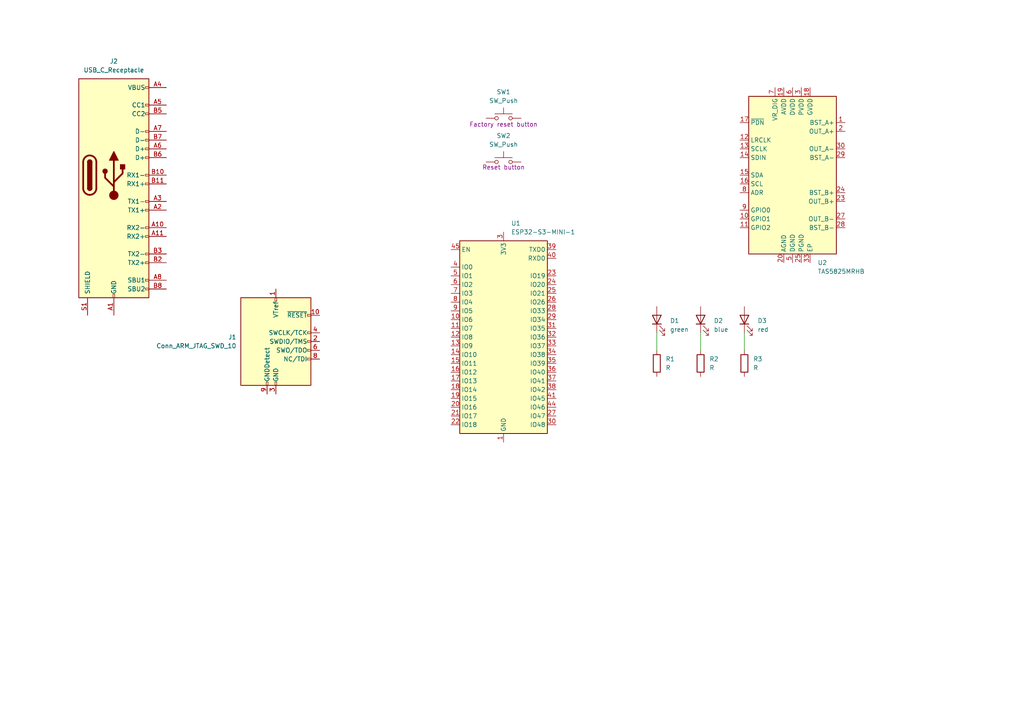
<source format=kicad_sch>
(kicad_sch (version 20231120) (generator "eeschema") (generator_version "8.0")
  (paper "A4")
  (title_block (title "soundbox"))
  (lib_symbols
    (symbol "Amplifier_Audio:TAS5825MRHB"
      (property "Reference" "U" (at -11.43 24.13 0))
      (property "Value" "TAS5825MRHB" (at 13.97 24.13 0))
      (symbol "TAS5825MRHB_0_1"
        (rectangle (start -12.7 22.86) (end 12.7 -22.86) (stroke (width 0.254)) (fill (type background)))
      )
      (symbol "TAS5825MRHB_1_1"
        (pin passive line (at 15.24 15.24 180) (length 2.54) (name "BST_A+") (number "1"))
        (pin bidirectional line (at -15.24 -12.7 0) (length 2.54) (name "GPIO1") (number "10"))
        (pin bidirectional line (at -15.24 -15.24 0) (length 2.54) (name "GPIO2") (number "11"))
        (pin input line (at -15.24 10.16 0) (length 2.54) (name "LRCLK") (number "12"))
        (pin input line (at -15.24 7.62 0) (length 2.54) (name "SCLK") (number "13"))
        (pin input line (at -15.24 5.08 0) (length 2.54) (name "SDIN") (number "14"))
        (pin bidirectional line (at -15.24 0 0) (length 2.54) (name "SDA") (number "15"))
        (pin input line (at -15.24 -2.54 0) (length 2.54) (name "SCL") (number "16"))
        (pin input line (at -15.24 15.24 0) (length 2.54) (name "~{PDN}") (number "17"))
        (pin passive line (at 5.08 25.4 270) (length 2.54) (name "GVDD") (number "18"))
        (pin passive line (at -2.54 25.4 270) (length 2.54) (name "AVDD") (number "19"))
        (pin output line (at 15.24 12.7 180) (length 2.54) (name "OUT_A+") (number "2"))
        (pin power_in line (at -2.54 -25.4 90) (length 2.54) (name "AGND") (number "20"))
        (pin passive line (at 2.54 25.4 270) (length 2.54) hide (name "PVDD") (number "21"))
        (pin passive line (at 2.54 25.4 270) (length 2.54) hide (name "PVDD") (number "22"))
        (pin output line (at 15.24 -7.62 180) (length 2.54) (name "OUT_B+") (number "23"))
        (pin passive line (at 15.24 -5.08 180) (length 2.54) (name "BST_B+") (number "24"))
        (pin power_in line (at 2.54 -25.4 90) (length 2.54) (name "PGND") (number "25"))
        (pin passive line (at 2.54 -25.4 90) (length 2.54) hide (name "PGND") (number "26"))
        (pin output line (at 15.24 -12.7 180) (length 2.54) (name "OUT_B-") (number "27"))
        (pin passive line (at 15.24 -15.24 180) (length 2.54) (name "BST_B-") (number "28"))
        (pin passive line (at 15.24 5.08 180) (length 2.54) (name "BST_A-") (number "29"))
        (pin power_in line (at 2.54 25.4 270) (length 2.54) (name "PVDD") (number "3"))
        (pin output line (at 15.24 7.62 180) (length 2.54) (name "OUT_A-") (number "30"))
        (pin passive line (at 2.54 -25.4 90) (length 2.54) hide (name "PGND") (number "31"))
        (pin passive line (at 2.54 -25.4 90) (length 2.54) hide (name "PGND") (number "32"))
        (pin passive line (at 5.08 -25.4 90) (length 2.54) (name "EP") (number "33"))
        (pin passive line (at 2.54 25.4 270) (length 2.54) hide (name "PVDD") (number "4"))
        (pin power_in line (at 0 -25.4 90) (length 2.54) (name "DGND") (number "5"))
        (pin power_in line (at 0 25.4 270) (length 2.54) (name "DVDD") (number "6"))
        (pin passive line (at -5.08 25.4 270) (length 2.54) (name "VR_DIG") (number "7"))
        (pin passive line (at -15.24 -5.08 0) (length 2.54) (name "ADR") (number "8"))
        (pin bidirectional line (at -15.24 -10.16 0) (length 2.54) (name "GPIO0") (number "9"))
      )
    )
    (symbol "Connector:Conn_ARM_JTAG_SWD_10" (pin_names (offset 1.016))
      (property "Reference" "J" (at -2.54 16.51 0))
      (property "Value" "Conn_ARM_JTAG_SWD_10" (at -2.54 13.97 0))
      (symbol "Conn_ARM_JTAG_SWD_10_0_1"
        (rectangle (start -10.16 12.7) (end 10.16 -12.7) (stroke (width 0.254)) (fill (type background)))
        (rectangle (start -2.794 -12.7) (end -2.286 -11.684))
        (rectangle (start -0.254 -12.7) (end 0.254 -11.684))
        (rectangle (start -0.254 12.7) (end 0.254 11.684))
        (rectangle (start 9.144 2.286) (end 10.16 2.794))
        (rectangle (start 10.16 -2.794) (end 9.144 -2.286))
        (rectangle (start 10.16 -0.254) (end 9.144 0.254))
        (rectangle (start 10.16 7.874) (end 9.144 7.366))
      )
      (symbol "Conn_ARM_JTAG_SWD_10_1_1"
        (rectangle (start 9.144 -5.334) (end 10.16 -4.826))
        (pin power_in line (at 0 15.24 270) (length 2.54) (name "VTref") (number "1"))
        (pin open_collector line (at 12.7 7.62 180) (length 2.54) (name "~{RESET}") (number "10"))
        (pin bidirectional line (at 12.7 0 180) (length 2.54) (name "SWDIO/TMS") (number "2"))
        (pin power_in line (at 0 -15.24 90) (length 2.54) (name "GND") (number "3"))
        (pin output line (at 12.7 2.54 180) (length 2.54) (name "SWCLK/TCK") (number "4"))
        (pin passive line (at 0 -15.24 90) (length 2.54) hide (name "GND") (number "5"))
        (pin input line (at 12.7 -2.54 180) (length 2.54) (name "SWO/TDO") (number "6"))
        (pin no_connect line (at -10.16 0 0) (length 2.54) hide (name "KEY") (number "7"))
        (pin output line (at 12.7 -5.08 180) (length 2.54) (name "NC/TDI") (number "8"))
        (pin passive line (at -2.54 -15.24 90) (length 2.54) (name "GNDDetect") (number "9"))
      )
    )
    (symbol "Connector:USB_C_Receptacle" (pin_names (offset 1.016))
      (property "Reference" "J" (at -10.16 29.21 0))
      (property "Value" "USB_C_Receptacle" (at 10.16 29.21 0))
      (symbol "USB_C_Receptacle_0_0"
        (rectangle (start -0.254 -35.56) (end 0.254 -34.544))
        (rectangle (start 10.16 -32.766) (end 9.144 -33.274))
        (rectangle (start 10.16 -30.226) (end 9.144 -30.734))
        (rectangle (start 10.16 -25.146) (end 9.144 -25.654))
        (rectangle (start 10.16 -22.606) (end 9.144 -23.114))
        (rectangle (start 10.16 -17.526) (end 9.144 -18.034))
        (rectangle (start 10.16 -14.986) (end 9.144 -15.494))
        (rectangle (start 10.16 -9.906) (end 9.144 -10.414))
        (rectangle (start 10.16 -7.366) (end 9.144 -7.874))
        (rectangle (start 10.16 -2.286) (end 9.144 -2.794))
        (rectangle (start 10.16 0.254) (end 9.144 -0.254))
        (rectangle (start 10.16 5.334) (end 9.144 4.826))
        (rectangle (start 10.16 7.874) (end 9.144 7.366))
        (rectangle (start 10.16 10.414) (end 9.144 9.906))
        (rectangle (start 10.16 12.954) (end 9.144 12.446))
        (rectangle (start 10.16 18.034) (end 9.144 17.526))
        (rectangle (start 10.16 20.574) (end 9.144 20.066))
        (rectangle (start 10.16 25.654) (end 9.144 25.146))
      )
      (symbol "USB_C_Receptacle_0_1"
        (rectangle (start -10.16 27.94) (end 10.16 -35.56) (stroke (width 0.254)) (fill (type background)))
        (arc (start -8.89 -3.81) (mid -6.985 -5.7067) (end -5.08 -3.81) (stroke (width 0.508)))
        (arc (start -7.62 -3.81) (mid -6.985 -4.4423) (end -6.35 -3.81) (stroke (width 0.254)))
        (arc (start -7.62 -3.81) (mid -6.985 -4.4423) (end -6.35 -3.81) (stroke (width 0.254)) (fill (type outline)))
        (rectangle (start -7.62 -3.81) (end -6.35 3.81) (stroke (width 0.254)) (fill (type outline)))
        (arc (start -6.35 3.81) (mid -6.985 4.4423) (end -7.62 3.81) (stroke (width 0.254)))
        (arc (start -6.35 3.81) (mid -6.985 4.4423) (end -7.62 3.81) (stroke (width 0.254)) (fill (type outline)))
        (arc (start -5.08 3.81) (mid -6.985 5.7067) (end -8.89 3.81) (stroke (width 0.508)))
        (polyline (pts (xy -8.89 -3.81) (xy -8.89 3.81)) (stroke (width 0.508)))
        (polyline (pts (xy -5.08 3.81) (xy -5.08 -3.81)) (stroke (width 0.508)))
      )
      (symbol "USB_C_Receptacle_1_1"
        (circle (center -2.54 1.143) (radius 0.635) (stroke (width 0.254)) (fill (type outline)))
        (circle (center 0 -5.842) (radius 1.27) (fill (type outline)))
        (polyline (pts (xy 0 -5.842) (xy 0 4.318)) (stroke (width 0.508)))
        (polyline (pts (xy 0 -3.302) (xy -2.54 -0.762) (xy -2.54 0.508)) (stroke (width 0.508)))
        (polyline (pts (xy 0 -2.032) (xy 2.54 0.508) (xy 2.54 1.778)) (stroke (width 0.508)))
        (polyline (pts (xy -1.27 4.318) (xy 0 6.858) (xy 1.27 4.318) (xy -1.27 4.318)) (stroke (width 0.254)) (fill (type outline)))
        (rectangle (start 1.905 1.778) (end 3.175 3.048) (stroke (width 0.254)) (fill (type outline)))
        (pin passive line (at 0 -40.64 90) (length 5.08) (name "GND") (number "A1"))
        (pin bidirectional line (at 15.24 -15.24 180) (length 5.08) (name "RX2-") (number "A10"))
        (pin bidirectional line (at 15.24 -17.78 180) (length 5.08) (name "RX2+") (number "A11"))
        (pin passive line (at 0 -40.64 90) (length 5.08) hide (name "GND") (number "A12"))
        (pin bidirectional line (at 15.24 -10.16 180) (length 5.08) (name "TX1+") (number "A2"))
        (pin bidirectional line (at 15.24 -7.62 180) (length 5.08) (name "TX1-") (number "A3"))
        (pin passive line (at 15.24 25.4 180) (length 5.08) (name "VBUS") (number "A4"))
        (pin bidirectional line (at 15.24 20.32 180) (length 5.08) (name "CC1") (number "A5"))
        (pin bidirectional line (at 15.24 7.62 180) (length 5.08) (name "D+") (number "A6"))
        (pin bidirectional line (at 15.24 12.7 180) (length 5.08) (name "D-") (number "A7"))
        (pin bidirectional line (at 15.24 -30.48 180) (length 5.08) (name "SBU1") (number "A8"))
        (pin passive line (at 15.24 25.4 180) (length 5.08) hide (name "VBUS") (number "A9"))
        (pin passive line (at 0 -40.64 90) (length 5.08) hide (name "GND") (number "B1"))
        (pin bidirectional line (at 15.24 0 180) (length 5.08) (name "RX1-") (number "B10"))
        (pin bidirectional line (at 15.24 -2.54 180) (length 5.08) (name "RX1+") (number "B11"))
        (pin passive line (at 0 -40.64 90) (length 5.08) hide (name "GND") (number "B12"))
        (pin bidirectional line (at 15.24 -25.4 180) (length 5.08) (name "TX2+") (number "B2"))
        (pin bidirectional line (at 15.24 -22.86 180) (length 5.08) (name "TX2-") (number "B3"))
        (pin passive line (at 15.24 25.4 180) (length 5.08) hide (name "VBUS") (number "B4"))
        (pin bidirectional line (at 15.24 17.78 180) (length 5.08) (name "CC2") (number "B5"))
        (pin bidirectional line (at 15.24 5.08 180) (length 5.08) (name "D+") (number "B6"))
        (pin bidirectional line (at 15.24 10.16 180) (length 5.08) (name "D-") (number "B7"))
        (pin bidirectional line (at 15.24 -33.02 180) (length 5.08) (name "SBU2") (number "B8"))
        (pin passive line (at 15.24 25.4 180) (length 5.08) hide (name "VBUS") (number "B9"))
        (pin passive line (at -7.62 -40.64 90) (length 5.08) (name "SHIELD") (number "S1"))
      )
    )
    (symbol "Device:LED" (pin_numbers hide) (pin_names (offset 1.016) hide)
      (property "Reference" "D" (at 0 2.54 0))
      (property "Value" "LED" (at 0 -2.54 0))
      (symbol "LED_0_1"
        (polyline (pts (xy -1.27 -1.27) (xy -1.27 1.27)) (stroke (width 0.254)))
        (polyline (pts (xy -1.27 0) (xy 1.27 0)))
        (polyline (pts (xy 1.27 -1.27) (xy 1.27 1.27) (xy -1.27 0) (xy 1.27 -1.27)) (stroke (width 0.254)))
        (polyline (pts (xy -3.048 -0.762) (xy -4.572 -2.286) (xy -3.81 -2.286) (xy -4.572 -2.286) (xy -4.572 -1.524)))
        (polyline (pts (xy -1.778 -0.762) (xy -3.302 -2.286) (xy -2.54 -2.286) (xy -3.302 -2.286) (xy -3.302 -1.524)))
      )
      (symbol "LED_1_1"
        (pin passive line (at -3.81 0 0) (length 2.54) (name "K") (number "1"))
        (pin passive line (at 3.81 0 180) (length 2.54) (name "A") (number "2"))
      )
    )
    (symbol "Device:R" (pin_numbers hide) (pin_names (offset 0))
      (property "Reference" "R" (at 2.032 0 90))
      (property "Value" "R" (at 0 0 90))
      (symbol "R_0_1"
        (rectangle (start -1.016 -2.54) (end 1.016 2.54) (stroke (width 0.254)))
      )
      (symbol "R_1_1"
        (pin passive line (at 0 3.81 270) (length 1.27) (name "~") (number "1"))
        (pin passive line (at 0 -3.81 90) (length 1.27) (name "~") (number "2"))
      )
    )
    (symbol "RF_Module:ESP32-S3-MINI-1"
      (property "Reference" "U" (at -11.43 29.21 0))
      (property "Value" "ESP32-S3-MINI-1" (at 12.7 29.21 0))
      (symbol "ESP32-S3-MINI-1_0_1"
        (rectangle (start -12.7 27.94) (end 12.7 -27.94) (stroke (width 0.254)) (fill (type background)))
      )
      (symbol "ESP32-S3-MINI-1_1_1"
        (pin power_in line (at 0 -30.48 90) (length 2.54) (name "GND") (number "1"))
        (pin bidirectional line (at -15.24 5.08 0) (length 2.54) (name "IO6") (number "10"))
        (pin bidirectional line (at -15.24 2.54 0) (length 2.54) (name "IO7") (number "11"))
        (pin bidirectional line (at -15.24 0 0) (length 2.54) (name "IO8") (number "12"))
        (pin bidirectional line (at -15.24 -2.54 0) (length 2.54) (name "IO9") (number "13"))
        (pin bidirectional line (at -15.24 -5.08 0) (length 2.54) (name "IO10") (number "14"))
        (pin bidirectional line (at -15.24 -7.62 0) (length 2.54) (name "IO11") (number "15"))
        (pin bidirectional line (at -15.24 -10.16 0) (length 2.54) (name "IO12") (number "16"))
        (pin bidirectional line (at -15.24 -12.7 0) (length 2.54) (name "IO13") (number "17"))
        (pin bidirectional line (at -15.24 -15.24 0) (length 2.54) (name "IO14") (number "18"))
        (pin bidirectional line (at -15.24 -17.78 0) (length 2.54) (name "IO15") (number "19"))
        (pin passive line (at 0 -30.48 90) (length 2.54) hide (name "GND") (number "2"))
        (pin bidirectional line (at -15.24 -20.32 0) (length 2.54) (name "IO16") (number "20"))
        (pin bidirectional line (at -15.24 -22.86 0) (length 2.54) (name "IO17") (number "21"))
        (pin bidirectional line (at -15.24 -25.4 0) (length 2.54) (name "IO18") (number "22"))
        (pin bidirectional line (at 15.24 17.78 180) (length 2.54) (name "IO19") (number "23"))
        (pin bidirectional line (at 15.24 15.24 180) (length 2.54) (name "IO20") (number "24"))
        (pin bidirectional line (at 15.24 12.7 180) (length 2.54) (name "IO21") (number "25"))
        (pin bidirectional line (at 15.24 10.16 180) (length 2.54) (name "IO26") (number "26"))
        (pin bidirectional line (at 15.24 -22.86 180) (length 2.54) (name "IO47") (number "27"))
        (pin bidirectional line (at 15.24 7.62 180) (length 2.54) (name "IO33") (number "28"))
        (pin bidirectional line (at 15.24 5.08 180) (length 2.54) (name "IO34") (number "29"))
        (pin power_in line (at 0 30.48 270) (length 2.54) (name "3V3") (number "3"))
        (pin bidirectional line (at 15.24 -25.4 180) (length 2.54) (name "IO48") (number "30"))
        (pin bidirectional line (at 15.24 2.54 180) (length 2.54) (name "IO35") (number "31"))
        (pin bidirectional line (at 15.24 0 180) (length 2.54) (name "IO36") (number "32"))
        (pin bidirectional line (at 15.24 -2.54 180) (length 2.54) (name "IO37") (number "33"))
        (pin bidirectional line (at 15.24 -5.08 180) (length 2.54) (name "IO38") (number "34"))
        (pin bidirectional line (at 15.24 -7.62 180) (length 2.54) (name "IO39") (number "35"))
        (pin bidirectional line (at 15.24 -10.16 180) (length 2.54) (name "IO40") (number "36"))
        (pin bidirectional line (at 15.24 -12.7 180) (length 2.54) (name "IO41") (number "37"))
        (pin bidirectional line (at 15.24 -15.24 180) (length 2.54) (name "IO42") (number "38"))
        (pin bidirectional line (at 15.24 25.4 180) (length 2.54) (name "TXD0") (number "39"))
        (pin bidirectional line (at -15.24 20.32 0) (length 2.54) (name "IO0") (number "4"))
        (pin bidirectional line (at 15.24 22.86 180) (length 2.54) (name "RXD0") (number "40"))
        (pin bidirectional line (at 15.24 -17.78 180) (length 2.54) (name "IO45") (number "41"))
        (pin passive line (at 0 -30.48 90) (length 2.54) hide (name "GND") (number "42"))
        (pin passive line (at 0 -30.48 90) (length 2.54) hide (name "GND") (number "43"))
        (pin bidirectional line (at 15.24 -20.32 180) (length 2.54) (name "IO46") (number "44"))
        (pin input line (at -15.24 25.4 0) (length 2.54) (name "EN") (number "45"))
        (pin passive line (at 0 -30.48 90) (length 2.54) hide (name "GND") (number "46"))
        (pin passive line (at 0 -30.48 90) (length 2.54) hide (name "GND") (number "47"))
        (pin passive line (at 0 -30.48 90) (length 2.54) hide (name "GND") (number "48"))
        (pin passive line (at 0 -30.48 90) (length 2.54) hide (name "GND") (number "49"))
        (pin bidirectional line (at -15.24 17.78 0) (length 2.54) (name "IO1") (number "5"))
        (pin passive line (at 0 -30.48 90) (length 2.54) hide (name "GND") (number "50"))
        (pin passive line (at 0 -30.48 90) (length 2.54) hide (name "GND") (number "51"))
        (pin passive line (at 0 -30.48 90) (length 2.54) hide (name "GND") (number "52"))
        (pin passive line (at 0 -30.48 90) (length 2.54) hide (name "GND") (number "53"))
        (pin passive line (at 0 -30.48 90) (length 2.54) hide (name "GND") (number "54"))
        (pin passive line (at 0 -30.48 90) (length 2.54) hide (name "GND") (number "55"))
        (pin passive line (at 0 -30.48 90) (length 2.54) hide (name "GND") (number "56"))
        (pin passive line (at 0 -30.48 90) (length 2.54) hide (name "GND") (number "57"))
        (pin passive line (at 0 -30.48 90) (length 2.54) hide (name "GND") (number "58"))
        (pin passive line (at 0 -30.48 90) (length 2.54) hide (name "GND") (number "59"))
        (pin bidirectional line (at -15.24 15.24 0) (length 2.54) (name "IO2") (number "6"))
        (pin passive line (at 0 -30.48 90) (length 2.54) hide (name "GND") (number "60"))
        (pin passive line (at 0 -30.48 90) (length 2.54) hide (name "GND") (number "61"))
        (pin passive line (at 0 -30.48 90) (length 2.54) hide (name "GND") (number "62"))
        (pin passive line (at 0 -30.48 90) (length 2.54) hide (name "GND") (number "63"))
        (pin passive line (at 0 -30.48 90) (length 2.54) hide (name "GND") (number "64"))
        (pin passive line (at 0 -30.48 90) (length 2.54) hide (name "GND") (number "65"))
        (pin bidirectional line (at -15.24 12.7 0) (length 2.54) (name "IO3") (number "7"))
        (pin bidirectional line (at -15.24 10.16 0) (length 2.54) (name "IO4") (number "8"))
        (pin bidirectional line (at -15.24 7.62 0) (length 2.54) (name "IO5") (number "9"))
      )
    )
    (symbol "Switch:SW_Push" (pin_numbers hide) (pin_names (offset 1.016) hide)
      (property "Reference" "SW" (at 1.27 2.54 0))
      (property "Value" "SW_Push" (at 0 -1.524 0))
      (symbol "SW_Push_0_1"
        (circle (center -2.032 0) (radius 0.508))
        (polyline (pts (xy 0 1.27) (xy 0 3.048)))
        (polyline (pts (xy 2.54 1.27) (xy -2.54 1.27)))
        (circle (center 2.032 0) (radius 0.508))
        (pin passive line (at -5.08 0 0) (length 2.54) (name "1") (number "1"))
        (pin passive line (at 5.08 0 180) (length 2.54) (name "2") (number "2"))
      )
    )
  )
  (wire (pts (xy 190.5 96.52) (xy 190.5 101.6)))
  (wire (pts (xy 203.2 96.52) (xy 203.2 101.6)))
  (wire (pts (xy 215.9 96.52) (xy 215.9 101.6)))
  (symbol (lib_id "RF_Module:ESP32-S3-MINI-1") (at 146.05 97.79 0) (unit 1)
    (property "Reference" "U1" (at 148.2441 64.77 0) (effects (justify left)))
    (property "Value" "ESP32-S3-MINI-1" (at 148.2441 67.31 0) (effects (justify left)))
    (property "Footprint" "RF_Module:ESP32-S2-MINI-1" (effects (hide yes)))
    (property "Datasheet" "https://www.espressif.com/sites/default/files/documentation/esp32-s3-mini-1_mini-1u_datasheet_en.pdf" (effects (hide yes)))
    (property "Description" "RF Module, ESP32-S3 SoC, Wi-Fi 802.11b/g/n, Bluetooth, BLE, 32-bit, 3.3V, SMD, onboard antenna" (effects (hide yes)))
  )
  (symbol (lib_id "Connector:Conn_ARM_JTAG_SWD_10") (at 80.01 99.06 0) (unit 1)
    (property "Reference" "J1" (at 68.58 97.7899 0) (effects (justify right)))
    (property "Value" "Conn_ARM_JTAG_SWD_10" (at 68.58 100.3299 0) (effects (justify right)))
    (property "Datasheet" "http://infocenter.arm.com/help/topic/com.arm.doc.ddi0314h/DDI0314H_coresight_components_trm.pdf" (effects (hide yes)))
    (property "Description" "Cortex Debug Connector, standard ARM Cortex-M SWD and JTAG interface" (effects (hide yes)))
  )
  (symbol (lib_id "Switch:SW_Push") (at 146.05 46.99 0) (unit 1)
    (property "Reference" "SW2" (at 146.05 39.37 0))
    (property "Value" "SW_Push" (at 146.05 41.91 0))
    (property "Description" "Reset button" (at 146.05 48.514 0))
  )
  (symbol (lib_id "Device:R") (at 215.9 105.41 0) (unit 1)
    (property "Reference" "R3" (at 218.44 104.1399 0) (effects (justify left)))
    (property "Value" "R" (at 218.44 106.6799 0) (effects (justify left)))
    (property "Description" "Resistor" (effects (hide yes)))
  )
  (symbol (lib_id "Connector:USB_C_Receptacle") (at 33.02 50.8 0) (unit 1)
    (property "Reference" "J2" (at 33.02 17.78 0))
    (property "Value" "USB_C_Receptacle" (at 33.02 20.32 0))
    (property "Datasheet" "https://www.usb.org/sites/default/files/documents/usb_type-c.zip" (effects (hide yes)))
    (property "Description" "USB Full-Featured Type-C Receptacle connector" (effects (hide yes)))
  )
  (symbol (lib_id "Switch:SW_Push") (at 146.05 34.29 0) (unit 1)
    (property "Reference" "SW1" (at 146.05 26.67 0))
    (property "Value" "SW_Push" (at 146.05 29.21 0))
    (property "Description" "Factory reset button" (at 146.05 36.068 0))
  )
  (symbol (lib_id "Device:R") (at 203.2 105.41 0) (unit 1)
    (property "Reference" "R2" (at 205.74 104.1399 0) (effects (justify left)))
    (property "Value" "R" (at 205.74 106.6799 0) (effects (justify left)))
    (property "Description" "Resistor" (effects (hide yes)))
  )
  (symbol (lib_id "Amplifier_Audio:TAS5825MRHB") (at 229.87 50.8 0) (unit 1)
    (property "Reference" "U2" (at 237.1441 76.2 0) (effects (justify left)))
    (property "Value" "TAS5825MRHB" (at 237.1441 78.74 0) (effects (justify left)))
    (property "Footprint" "Package_DFN_QFN:VQFN-32-1EP_5x5mm_P0.5mm_EP3.1x3.1mm" (effects (hide yes)))
    (property "Datasheet" "www.ti.com/lit/ds/symlink/tas5825m.pdf" (effects (hide yes)))
    (property "Description" "38-W Stereo, Inductor-Less, Digital Input, Closed-Loop Class-D Audio Amplifier with 192-kHz Extended Audio Processing, VQFN-32" (effects (hide yes)))
  )
  (symbol (lib_id "Device:LED") (at 190.5 92.71 90) (unit 1)
    (property "Reference" "D1" (at 194.31 93.0274 90) (effects (justify right)))
    (property "Value" "green" (at 194.31 95.5674 90) (effects (justify right)))
    (property "Description" "Light emitting diode" (effects (hide yes)))
  )
  (symbol (lib_id "Device:R") (at 190.5 105.41 0) (unit 1)
    (property "Reference" "R1" (at 193.04 104.1399 0) (effects (justify left)))
    (property "Value" "R" (at 193.04 106.6799 0) (effects (justify left)))
    (property "Description" "Resistor" (effects (hide yes)))
  )
  (symbol (lib_id "Device:LED") (at 215.9 92.71 90) (unit 1)
    (property "Reference" "D3" (at 219.71 93.0274 90) (effects (justify right)))
    (property "Value" "red" (at 219.71 95.5674 90) (effects (justify right)))
    (property "Description" "Light emitting diode" (effects (hide yes)))
  )
  (symbol (lib_id "Device:LED") (at 203.2 92.71 90) (unit 1)
    (property "Reference" "D2" (at 207.01 93.0274 90) (effects (justify right)))
    (property "Value" "blue" (at 207.01 95.5674 90) (effects (justify right)))
    (property "Description" "Light emitting diode" (effects (hide yes)))
  )
)
</source>
